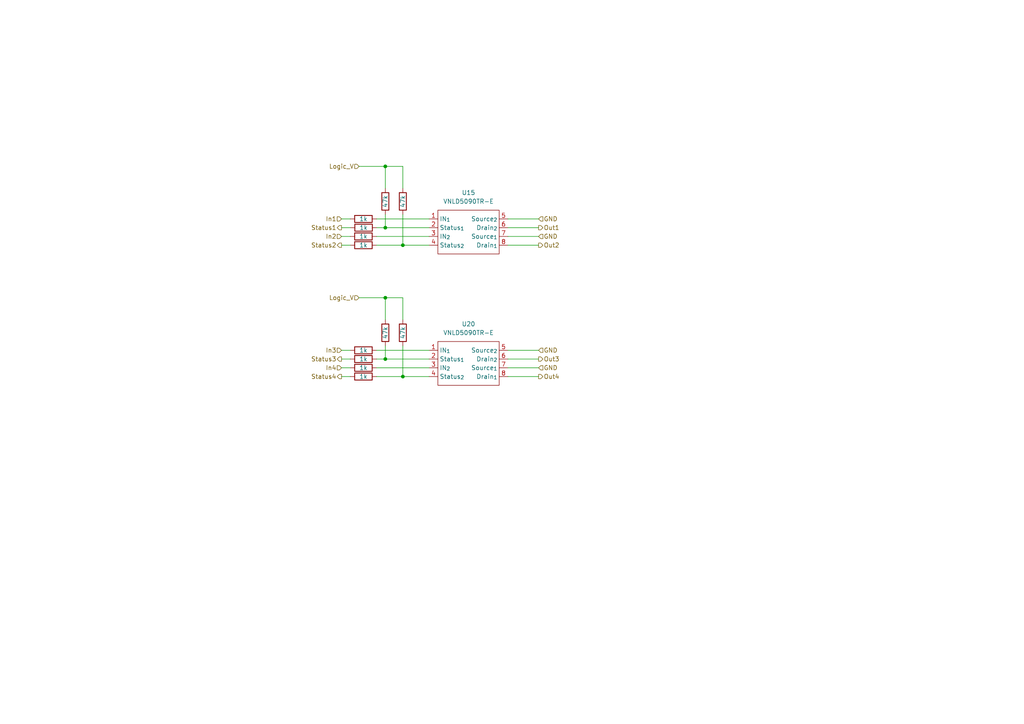
<source format=kicad_sch>
(kicad_sch
	(version 20250114)
	(generator "eeschema")
	(generator_version "9.0")
	(uuid "66b97a49-0372-4b73-b79c-939820de567d")
	(paper "A4")
	(lib_symbols
		(symbol "Device:R"
			(pin_numbers
				(hide yes)
			)
			(pin_names
				(offset 0)
			)
			(exclude_from_sim no)
			(in_bom yes)
			(on_board yes)
			(property "Reference" "R"
				(at 2.032 0 90)
				(effects
					(font
						(size 1.27 1.27)
					)
				)
			)
			(property "Value" "R"
				(at 0 0 90)
				(effects
					(font
						(size 1.27 1.27)
					)
				)
			)
			(property "Footprint" ""
				(at -1.778 0 90)
				(effects
					(font
						(size 1.27 1.27)
					)
					(hide yes)
				)
			)
			(property "Datasheet" "~"
				(at 0 0 0)
				(effects
					(font
						(size 1.27 1.27)
					)
					(hide yes)
				)
			)
			(property "Description" "Resistor"
				(at 0 0 0)
				(effects
					(font
						(size 1.27 1.27)
					)
					(hide yes)
				)
			)
			(property "ki_keywords" "R res resistor"
				(at 0 0 0)
				(effects
					(font
						(size 1.27 1.27)
					)
					(hide yes)
				)
			)
			(property "ki_fp_filters" "R_*"
				(at 0 0 0)
				(effects
					(font
						(size 1.27 1.27)
					)
					(hide yes)
				)
			)
			(symbol "R_0_1"
				(rectangle
					(start -1.016 -2.54)
					(end 1.016 2.54)
					(stroke
						(width 0.254)
						(type default)
					)
					(fill
						(type none)
					)
				)
			)
			(symbol "R_1_1"
				(pin passive line
					(at 0 3.81 270)
					(length 1.27)
					(name "~"
						(effects
							(font
								(size 1.27 1.27)
							)
						)
					)
					(number "1"
						(effects
							(font
								(size 1.27 1.27)
							)
						)
					)
				)
				(pin passive line
					(at 0 -3.81 90)
					(length 1.27)
					(name "~"
						(effects
							(font
								(size 1.27 1.27)
							)
						)
					)
					(number "2"
						(effects
							(font
								(size 1.27 1.27)
							)
						)
					)
				)
			)
			(embedded_fonts no)
		)
		(symbol "User:VNLD5090"
			(exclude_from_sim no)
			(in_bom yes)
			(on_board yes)
			(property "Reference" "U"
				(at 0 0 0)
				(effects
					(font
						(size 1.27 1.27)
					)
				)
			)
			(property "Value" "VNLD5090TR-E"
				(at 0 0 0)
				(effects
					(font
						(size 1.27 1.27)
					)
				)
			)
			(property "Footprint" "Package_SO:SO-8_3.9x4.9mm_P1.27mm"
				(at 0 0 0)
				(effects
					(font
						(size 1.27 1.27)
					)
					(hide yes)
				)
			)
			(property "Datasheet" "https://www.lcsc.com/datasheet/lcsc_datasheet_1811141522_STMicroelectronics-VNLD5090TR-E_C222209.pdf"
				(at 0 0 0)
				(effects
					(font
						(size 1.27 1.27)
					)
					(hide yes)
				)
			)
			(property "Description" "OMNIFET III fully protected low-side driver for automotive applications"
				(at 0 0 0)
				(effects
					(font
						(size 1.27 1.27)
					)
					(hide yes)
				)
			)
			(symbol "VNLD5090_0_1"
				(rectangle
					(start -8.89 13.97)
					(end 8.89 1.27)
					(stroke
						(width 0)
						(type default)
					)
					(fill
						(type none)
					)
				)
			)
			(symbol "VNLD5090_1_1"
				(pin input line
					(at -11.43 11.43 0)
					(length 2.54)
					(name "IN_{1}"
						(effects
							(font
								(size 1.27 1.27)
							)
						)
					)
					(number "1"
						(effects
							(font
								(size 1.27 1.27)
							)
						)
					)
				)
				(pin input line
					(at -11.43 8.89 0)
					(length 2.54)
					(name "Status_{1}"
						(effects
							(font
								(size 1.27 1.27)
							)
						)
					)
					(number "2"
						(effects
							(font
								(size 1.27 1.27)
							)
						)
					)
				)
				(pin input line
					(at -11.43 6.35 0)
					(length 2.54)
					(name "IN_{2}"
						(effects
							(font
								(size 1.27 1.27)
							)
						)
					)
					(number "3"
						(effects
							(font
								(size 1.27 1.27)
							)
						)
					)
				)
				(pin input line
					(at -11.43 3.81 0)
					(length 2.54)
					(name "Status_{2}"
						(effects
							(font
								(size 1.27 1.27)
							)
						)
					)
					(number "4"
						(effects
							(font
								(size 1.27 1.27)
							)
						)
					)
				)
				(pin input line
					(at 11.43 11.43 180)
					(length 2.54)
					(name "Source_{2}"
						(effects
							(font
								(size 1.27 1.27)
							)
						)
					)
					(number "5"
						(effects
							(font
								(size 1.27 1.27)
							)
						)
					)
				)
				(pin input line
					(at 11.43 8.89 180)
					(length 2.54)
					(name "Drain_{2}"
						(effects
							(font
								(size 1.27 1.27)
							)
						)
					)
					(number "6"
						(effects
							(font
								(size 1.27 1.27)
							)
						)
					)
				)
				(pin input line
					(at 11.43 6.35 180)
					(length 2.54)
					(name "Source_{1}"
						(effects
							(font
								(size 1.27 1.27)
							)
						)
					)
					(number "7"
						(effects
							(font
								(size 1.27 1.27)
							)
						)
					)
				)
				(pin input line
					(at 11.43 3.81 180)
					(length 2.54)
					(name "Drain_{1}"
						(effects
							(font
								(size 1.27 1.27)
							)
						)
					)
					(number "8"
						(effects
							(font
								(size 1.27 1.27)
							)
						)
					)
				)
			)
			(embedded_fonts no)
		)
	)
	(junction
		(at 111.76 86.36)
		(diameter 0)
		(color 0 0 0 0)
		(uuid "415790ac-1649-47e0-97ba-1b6362da1ada")
	)
	(junction
		(at 111.76 66.04)
		(diameter 0)
		(color 0 0 0 0)
		(uuid "4c02dc79-ded9-46fe-886c-1b538b94855a")
	)
	(junction
		(at 116.84 109.22)
		(diameter 0)
		(color 0 0 0 0)
		(uuid "6b23451a-1418-4880-adb3-009988f6b0d3")
	)
	(junction
		(at 111.76 104.14)
		(diameter 0)
		(color 0 0 0 0)
		(uuid "9b86762c-0b94-4112-be5e-e88acb0d8b5f")
	)
	(junction
		(at 111.76 48.26)
		(diameter 0)
		(color 0 0 0 0)
		(uuid "b471b489-4e2d-4de2-bd66-075a472d01e4")
	)
	(junction
		(at 116.84 71.12)
		(diameter 0)
		(color 0 0 0 0)
		(uuid "d0c6e8ce-a172-48d4-94ca-e9b6d3178e2c")
	)
	(wire
		(pts
			(xy 99.06 101.6) (xy 101.6 101.6)
		)
		(stroke
			(width 0)
			(type default)
		)
		(uuid "0a52cba3-f374-497a-85ae-9f61dbe92d2c")
	)
	(wire
		(pts
			(xy 99.06 109.22) (xy 101.6 109.22)
		)
		(stroke
			(width 0)
			(type default)
		)
		(uuid "0defa9bf-c99c-423b-8348-07bce4b2a257")
	)
	(wire
		(pts
			(xy 99.06 66.04) (xy 101.6432 66.04)
		)
		(stroke
			(width 0)
			(type default)
		)
		(uuid "1cab9de2-a53b-4202-aa8c-e0fbafc87fe4")
	)
	(wire
		(pts
			(xy 116.84 71.12) (xy 124.46 71.12)
		)
		(stroke
			(width 0)
			(type default)
		)
		(uuid "1db4475e-4cd3-4e62-b166-eec187b49b80")
	)
	(wire
		(pts
			(xy 111.76 62.23) (xy 111.76 66.04)
		)
		(stroke
			(width 0)
			(type default)
		)
		(uuid "2295e3c9-5c16-48ea-86ab-cb1c90fd3eac")
	)
	(wire
		(pts
			(xy 111.76 86.36) (xy 111.76 92.71)
		)
		(stroke
			(width 0)
			(type default)
		)
		(uuid "26d3bda2-c794-490f-99be-6cf1f7bd8741")
	)
	(wire
		(pts
			(xy 147.32 71.12) (xy 156.21 71.12)
		)
		(stroke
			(width 0)
			(type default)
		)
		(uuid "2e2393e0-0806-4377-9ea6-a23568db0b83")
	)
	(wire
		(pts
			(xy 99.06 106.68) (xy 101.6 106.68)
		)
		(stroke
			(width 0)
			(type default)
		)
		(uuid "30eacc00-01fa-406b-86fd-aedc1d5fd7ec")
	)
	(wire
		(pts
			(xy 111.76 86.36) (xy 116.84 86.36)
		)
		(stroke
			(width 0)
			(type default)
		)
		(uuid "37893279-3fdf-4591-8cdb-15c3b5fb33f9")
	)
	(wire
		(pts
			(xy 147.32 66.04) (xy 156.21 66.04)
		)
		(stroke
			(width 0)
			(type default)
		)
		(uuid "3b6ad0f4-490a-4451-b769-7b03f2711d16")
	)
	(wire
		(pts
			(xy 147.32 104.14) (xy 156.21 104.14)
		)
		(stroke
			(width 0)
			(type default)
		)
		(uuid "3e445503-f835-4046-b226-faf947daa1b8")
	)
	(wire
		(pts
			(xy 99.06 104.14) (xy 101.6 104.14)
		)
		(stroke
			(width 0)
			(type default)
		)
		(uuid "49237ad1-7b00-4e54-9be6-ca1848abdcc2")
	)
	(wire
		(pts
			(xy 109.22 71.12) (xy 116.84 71.12)
		)
		(stroke
			(width 0)
			(type default)
		)
		(uuid "4b01d5f0-58a6-4a4a-ba81-56db75dbd2d8")
	)
	(wire
		(pts
			(xy 147.32 109.22) (xy 156.21 109.22)
		)
		(stroke
			(width 0)
			(type default)
		)
		(uuid "4df8035b-ed98-46bc-8f41-6b199d4134f9")
	)
	(wire
		(pts
			(xy 147.32 101.6) (xy 156.21 101.6)
		)
		(stroke
			(width 0)
			(type default)
		)
		(uuid "538d8b09-d95d-4fb8-975c-94bffb594fba")
	)
	(wire
		(pts
			(xy 109.22 109.22) (xy 116.84 109.22)
		)
		(stroke
			(width 0)
			(type default)
		)
		(uuid "54cbc946-21ee-4921-91cd-c4de3574e1fb")
	)
	(wire
		(pts
			(xy 111.76 48.26) (xy 116.84 48.26)
		)
		(stroke
			(width 0)
			(type default)
		)
		(uuid "5e43e597-2714-42cd-b400-3826dd658e1f")
	)
	(wire
		(pts
			(xy 104.14 48.26) (xy 111.76 48.26)
		)
		(stroke
			(width 0)
			(type default)
		)
		(uuid "67053b21-5ec9-40e0-8258-74db1e2cec3d")
	)
	(wire
		(pts
			(xy 109.22 106.68) (xy 124.46 106.68)
		)
		(stroke
			(width 0)
			(type default)
		)
		(uuid "73d87326-b2a4-473e-8b17-fb442a2c3d9a")
	)
	(wire
		(pts
			(xy 111.76 104.14) (xy 124.46 104.14)
		)
		(stroke
			(width 0)
			(type default)
		)
		(uuid "77f03928-0f62-4b95-a562-05b640dd95e2")
	)
	(wire
		(pts
			(xy 104.14 86.36) (xy 111.76 86.36)
		)
		(stroke
			(width 0)
			(type default)
		)
		(uuid "77ff342c-bf2f-4310-a3fb-f5b303acb550")
	)
	(wire
		(pts
			(xy 147.32 63.5) (xy 156.21 63.5)
		)
		(stroke
			(width 0)
			(type default)
		)
		(uuid "81b2da90-cc40-4809-acdb-16d746f511e9")
	)
	(wire
		(pts
			(xy 116.84 48.26) (xy 116.84 54.61)
		)
		(stroke
			(width 0)
			(type default)
		)
		(uuid "98843d98-6bb8-4602-81e8-22a73b71e64c")
	)
	(wire
		(pts
			(xy 109.22 101.6) (xy 124.46 101.6)
		)
		(stroke
			(width 0)
			(type default)
		)
		(uuid "a2f53205-9c39-4294-bcce-2b8dc49fcad3")
	)
	(wire
		(pts
			(xy 116.84 62.23) (xy 116.84 71.12)
		)
		(stroke
			(width 0)
			(type default)
		)
		(uuid "a6de28b9-abbd-4cf6-be7a-1206b6f48e1a")
	)
	(wire
		(pts
			(xy 109.22 104.14) (xy 111.76 104.14)
		)
		(stroke
			(width 0)
			(type default)
		)
		(uuid "a98f1ac2-f10a-4066-9eb6-1668224d8d23")
	)
	(wire
		(pts
			(xy 109.22 68.58) (xy 124.46 68.58)
		)
		(stroke
			(width 0)
			(type default)
		)
		(uuid "accac6c4-c7d8-4814-a435-ae6bbfb79adb")
	)
	(wire
		(pts
			(xy 147.32 106.68) (xy 156.21 106.68)
		)
		(stroke
			(width 0)
			(type default)
		)
		(uuid "ae7325bb-5712-4792-9235-56f0a7d87327")
	)
	(wire
		(pts
			(xy 111.76 100.33) (xy 111.76 104.14)
		)
		(stroke
			(width 0)
			(type default)
		)
		(uuid "bd2ca673-ebee-497c-b571-9b523311cb5f")
	)
	(wire
		(pts
			(xy 111.76 66.04) (xy 124.46 66.04)
		)
		(stroke
			(width 0)
			(type default)
		)
		(uuid "c776028e-2fcc-4fdf-a003-7216959bbb29")
	)
	(wire
		(pts
			(xy 116.84 100.33) (xy 116.84 109.22)
		)
		(stroke
			(width 0)
			(type default)
		)
		(uuid "ce7f384e-d14b-4078-a9ff-81da76b407a9")
	)
	(wire
		(pts
			(xy 99.06 63.5) (xy 101.6 63.5)
		)
		(stroke
			(width 0)
			(type default)
		)
		(uuid "d481c63b-1373-4d8f-8363-1e0dfaff3b15")
	)
	(wire
		(pts
			(xy 99.06 71.12) (xy 101.6 71.12)
		)
		(stroke
			(width 0)
			(type default)
		)
		(uuid "d6288b42-afc1-4eff-adec-ed58ed41ff9a")
	)
	(wire
		(pts
			(xy 109.2632 66.04) (xy 111.76 66.04)
		)
		(stroke
			(width 0)
			(type default)
		)
		(uuid "d8e3f26c-1a0e-41b2-9f32-4d518009a1d9")
	)
	(wire
		(pts
			(xy 116.84 86.36) (xy 116.84 92.71)
		)
		(stroke
			(width 0)
			(type default)
		)
		(uuid "ea9e69d5-afd2-421d-85b2-e2275612b3d9")
	)
	(wire
		(pts
			(xy 109.22 63.5) (xy 124.46 63.5)
		)
		(stroke
			(width 0)
			(type default)
		)
		(uuid "edc7a0c2-e3de-4805-8496-521d3b63572c")
	)
	(wire
		(pts
			(xy 99.06 68.58) (xy 101.6 68.58)
		)
		(stroke
			(width 0)
			(type default)
		)
		(uuid "edd62e63-182c-4b36-9d90-3d904df592e9")
	)
	(wire
		(pts
			(xy 111.76 48.26) (xy 111.76 54.61)
		)
		(stroke
			(width 0)
			(type default)
		)
		(uuid "f53f100c-4929-4363-bab8-f08270799102")
	)
	(wire
		(pts
			(xy 147.32 68.58) (xy 156.21 68.58)
		)
		(stroke
			(width 0)
			(type default)
		)
		(uuid "f54ef41f-3844-415d-9d48-5f1f3aea3c9a")
	)
	(wire
		(pts
			(xy 116.84 109.22) (xy 124.46 109.22)
		)
		(stroke
			(width 0)
			(type default)
		)
		(uuid "fed38532-1c7b-41cf-8827-f515e5683d19")
	)
	(hierarchical_label "In1"
		(shape input)
		(at 99.06 63.5 180)
		(effects
			(font
				(size 1.27 1.27)
			)
			(justify right)
		)
		(uuid "01e8cd46-700f-4715-bafb-8df1645741e8")
	)
	(hierarchical_label "Status3"
		(shape output)
		(at 99.06 104.14 180)
		(effects
			(font
				(size 1.27 1.27)
			)
			(justify right)
		)
		(uuid "0abc364a-409a-48f6-96e6-9827244d85b7")
	)
	(hierarchical_label "GND"
		(shape input)
		(at 156.21 63.5 0)
		(effects
			(font
				(size 1.27 1.27)
			)
			(justify left)
		)
		(uuid "0fc67634-af7f-4326-965d-f1746ddd2461")
	)
	(hierarchical_label "GND"
		(shape input)
		(at 156.21 106.68 0)
		(effects
			(font
				(size 1.27 1.27)
			)
			(justify left)
		)
		(uuid "23770926-5f1f-4ca0-82a5-ad9e2d2639d8")
	)
	(hierarchical_label "In2"
		(shape input)
		(at 99.06 68.58 180)
		(effects
			(font
				(size 1.27 1.27)
			)
			(justify right)
		)
		(uuid "5c673f26-ce81-41a3-a5b0-6fe24cc6f0bf")
	)
	(hierarchical_label "Status2"
		(shape output)
		(at 99.06 71.12 180)
		(effects
			(font
				(size 1.27 1.27)
			)
			(justify right)
		)
		(uuid "70c2cd13-0234-47ce-8ea3-3fcee31cf6ad")
	)
	(hierarchical_label "GND"
		(shape input)
		(at 156.21 101.6 0)
		(effects
			(font
				(size 1.27 1.27)
			)
			(justify left)
		)
		(uuid "7d9a6472-aaf6-46d5-9b34-79f6971031c9")
	)
	(hierarchical_label "In4"
		(shape input)
		(at 99.06 106.68 180)
		(effects
			(font
				(size 1.27 1.27)
			)
			(justify right)
		)
		(uuid "88d0cdc8-454a-44f2-b9d9-54e7f1778ed3")
	)
	(hierarchical_label "GND"
		(shape input)
		(at 156.21 68.58 0)
		(effects
			(font
				(size 1.27 1.27)
			)
			(justify left)
		)
		(uuid "8996ad92-be4f-4365-afbb-01fa61c8e9aa")
	)
	(hierarchical_label "Out4"
		(shape output)
		(at 156.21 109.22 0)
		(effects
			(font
				(size 1.27 1.27)
			)
			(justify left)
		)
		(uuid "a6906bc2-6761-4cc0-ada8-fa8259f5ae5e")
	)
	(hierarchical_label "Out3"
		(shape output)
		(at 156.21 104.14 0)
		(effects
			(font
				(size 1.27 1.27)
			)
			(justify left)
		)
		(uuid "a8965d5f-04e9-4bc5-ab69-b980f834bb13")
	)
	(hierarchical_label "Out1"
		(shape output)
		(at 156.21 66.04 0)
		(effects
			(font
				(size 1.27 1.27)
			)
			(justify left)
		)
		(uuid "ac3162de-81be-460a-bd08-ec3c994eb4ac")
	)
	(hierarchical_label "Logic_V"
		(shape input)
		(at 104.14 48.26 180)
		(effects
			(font
				(size 1.27 1.27)
			)
			(justify right)
		)
		(uuid "ba66ffc0-9818-499b-8c1b-4b6dd83decba")
	)
	(hierarchical_label "Status1"
		(shape output)
		(at 99.06 66.04 180)
		(effects
			(font
				(size 1.27 1.27)
			)
			(justify right)
		)
		(uuid "cbbde7c4-f375-40ab-a4da-2d84ba9d889f")
	)
	(hierarchical_label "In3"
		(shape input)
		(at 99.06 101.6 180)
		(effects
			(font
				(size 1.27 1.27)
			)
			(justify right)
		)
		(uuid "d1b189e4-5fa2-42b6-a7f3-3196d6bac162")
	)
	(hierarchical_label "Status4"
		(shape output)
		(at 99.06 109.22 180)
		(effects
			(font
				(size 1.27 1.27)
			)
			(justify right)
		)
		(uuid "e07d6ce4-da1d-4ee1-8e2e-8f89e19a59f0")
	)
	(hierarchical_label "Logic_V"
		(shape input)
		(at 104.14 86.36 180)
		(effects
			(font
				(size 1.27 1.27)
			)
			(justify right)
		)
		(uuid "e756dad2-c5ff-4545-8240-820beff8bde6")
	)
	(hierarchical_label "Out2"
		(shape output)
		(at 156.21 71.12 0)
		(effects
			(font
				(size 1.27 1.27)
			)
			(justify left)
		)
		(uuid "f24528af-cd09-4b8d-96e4-0f9ce5035bfd")
	)
	(symbol
		(lib_id "User:VNLD5090")
		(at 135.89 113.03 0)
		(unit 1)
		(exclude_from_sim no)
		(in_bom yes)
		(on_board yes)
		(dnp no)
		(fields_autoplaced yes)
		(uuid "19344ebc-a61b-483c-bbcc-63fbe379b725")
		(property "Reference" "U20"
			(at 135.89 93.98 0)
			(effects
				(font
					(size 1.27 1.27)
				)
			)
		)
		(property "Value" "VNLD5090TR-E"
			(at 135.89 96.52 0)
			(effects
				(font
					(size 1.27 1.27)
				)
			)
		)
		(property "Footprint" "Package_SO:SO-8_3.9x4.9mm_P1.27mm"
			(at 135.89 113.03 0)
			(effects
				(font
					(size 1.27 1.27)
				)
				(hide yes)
			)
		)
		(property "Datasheet" "https://www.lcsc.com/datasheet/lcsc_datasheet_1811141522_STMicroelectronics-VNLD5090TR-E_C222209.pdf"
			(at 135.89 113.03 0)
			(effects
				(font
					(size 1.27 1.27)
				)
				(hide yes)
			)
		)
		(property "Description" "OMNIFET III fully protected low-side driver for automotive applications"
			(at 135.89 113.03 0)
			(effects
				(font
					(size 1.27 1.27)
				)
				(hide yes)
			)
		)
		(pin "4"
			(uuid "97bb2984-f56d-42da-928f-51058a10f300")
		)
		(pin "5"
			(uuid "60f5b711-52ad-4648-9862-6456301a1f98")
		)
		(pin "1"
			(uuid "f4a036d0-5ece-4f12-a6bd-f8342eaf0199")
		)
		(pin "6"
			(uuid "0236c7d4-c256-416d-985f-a5cb8eac20b6")
		)
		(pin "8"
			(uuid "d3c106e2-ba5e-4e1b-a3a7-66bbe9931c27")
		)
		(pin "2"
			(uuid "21ce00c1-1a26-4953-ad87-1b21d6fb6993")
		)
		(pin "3"
			(uuid "d8f119a6-f43e-4281-b544-779271992cc3")
		)
		(pin "7"
			(uuid "636b6a08-c92c-474e-9ff1-7644f3eab848")
		)
		(instances
			(project "BMS"
				(path "/d7e219ab-f530-45f5-8a23-0e6b6d2e3e0f/7b52e59a-a4d5-43e1-8381-42b01d314297"
					(reference "U20")
					(unit 1)
				)
			)
		)
	)
	(symbol
		(lib_id "Device:R")
		(at 105.41 101.6 90)
		(mirror x)
		(unit 1)
		(exclude_from_sim no)
		(in_bom yes)
		(on_board yes)
		(dnp no)
		(uuid "20109393-b17f-42ae-937a-f81d6f25b959")
		(property "Reference" "R45"
			(at 105.41 103.505 90)
			(effects
				(font
					(size 1.27 1.27)
				)
				(hide yes)
			)
		)
		(property "Value" "1k"
			(at 105.41 101.6 90)
			(effects
				(font
					(size 1.27 1.27)
				)
			)
		)
		(property "Footprint" "Resistor_SMD:R_0603_1608Metric"
			(at 105.41 99.822 90)
			(effects
				(font
					(size 1.27 1.27)
				)
				(hide yes)
			)
		)
		(property "Datasheet" "~"
			(at 105.41 101.6 0)
			(effects
				(font
					(size 1.27 1.27)
				)
				(hide yes)
			)
		)
		(property "Description" ""
			(at 105.41 101.6 0)
			(effects
				(font
					(size 1.27 1.27)
				)
				(hide yes)
			)
		)
		(property "LCSC" ""
			(at 105.41 101.6 0)
			(effects
				(font
					(size 1.27 1.27)
				)
				(hide yes)
			)
		)
		(pin "1"
			(uuid "db34be25-5536-464c-ab1d-66d687821359")
		)
		(pin "2"
			(uuid "d414d423-557d-4892-82b7-66286ed319e5")
		)
		(instances
			(project "BMS"
				(path "/d7e219ab-f530-45f5-8a23-0e6b6d2e3e0f/7b52e59a-a4d5-43e1-8381-42b01d314297"
					(reference "R45")
					(unit 1)
				)
			)
		)
	)
	(symbol
		(lib_id "Device:R")
		(at 105.41 106.68 90)
		(mirror x)
		(unit 1)
		(exclude_from_sim no)
		(in_bom yes)
		(on_board yes)
		(dnp no)
		(uuid "2347e3ef-26e9-4172-bf69-89d9e0a30307")
		(property "Reference" "R47"
			(at 105.41 108.585 90)
			(effects
				(font
					(size 1.27 1.27)
				)
				(hide yes)
			)
		)
		(property "Value" "1k"
			(at 105.41 106.68 90)
			(effects
				(font
					(size 1.27 1.27)
				)
			)
		)
		(property "Footprint" "Resistor_SMD:R_0603_1608Metric"
			(at 105.41 104.902 90)
			(effects
				(font
					(size 1.27 1.27)
				)
				(hide yes)
			)
		)
		(property "Datasheet" "~"
			(at 105.41 106.68 0)
			(effects
				(font
					(size 1.27 1.27)
				)
				(hide yes)
			)
		)
		(property "Description" ""
			(at 105.41 106.68 0)
			(effects
				(font
					(size 1.27 1.27)
				)
				(hide yes)
			)
		)
		(property "LCSC" ""
			(at 105.41 106.68 0)
			(effects
				(font
					(size 1.27 1.27)
				)
				(hide yes)
			)
		)
		(pin "1"
			(uuid "e20b55d0-27df-4192-8b47-c6b26d9500a6")
		)
		(pin "2"
			(uuid "84cc4f73-bafb-46ea-ab47-9d346f3f93b0")
		)
		(instances
			(project "BMS"
				(path "/d7e219ab-f530-45f5-8a23-0e6b6d2e3e0f/7b52e59a-a4d5-43e1-8381-42b01d314297"
					(reference "R47")
					(unit 1)
				)
			)
		)
	)
	(symbol
		(lib_id "Device:R")
		(at 111.76 58.42 0)
		(mirror x)
		(unit 1)
		(exclude_from_sim no)
		(in_bom yes)
		(on_board yes)
		(dnp no)
		(uuid "3eb18b69-d0cd-4fc7-a71e-4fe4836677d1")
		(property "Reference" "R51"
			(at 113.665 58.42 90)
			(effects
				(font
					(size 1.27 1.27)
				)
				(hide yes)
			)
		)
		(property "Value" "47k"
			(at 111.76 58.42 90)
			(effects
				(font
					(size 1.27 1.27)
				)
			)
		)
		(property "Footprint" "Resistor_SMD:R_0603_1608Metric"
			(at 109.982 58.42 90)
			(effects
				(font
					(size 1.27 1.27)
				)
				(hide yes)
			)
		)
		(property "Datasheet" "~"
			(at 111.76 58.42 0)
			(effects
				(font
					(size 1.27 1.27)
				)
				(hide yes)
			)
		)
		(property "Description" ""
			(at 111.76 58.42 0)
			(effects
				(font
					(size 1.27 1.27)
				)
				(hide yes)
			)
		)
		(property "LCSC" ""
			(at 111.76 58.42 0)
			(effects
				(font
					(size 1.27 1.27)
				)
				(hide yes)
			)
		)
		(pin "1"
			(uuid "311742a5-b145-4bc6-b93c-3f0c0cd461e9")
		)
		(pin "2"
			(uuid "29ec524b-2057-4a60-874a-665a6d6134c6")
		)
		(instances
			(project "BMS"
				(path "/d7e219ab-f530-45f5-8a23-0e6b6d2e3e0f/7b52e59a-a4d5-43e1-8381-42b01d314297"
					(reference "R51")
					(unit 1)
				)
			)
		)
	)
	(symbol
		(lib_id "User:VNLD5090")
		(at 135.89 74.93 0)
		(unit 1)
		(exclude_from_sim no)
		(in_bom yes)
		(on_board yes)
		(dnp no)
		(fields_autoplaced yes)
		(uuid "4bea917a-5e6f-4170-add4-87188f380929")
		(property "Reference" "U15"
			(at 135.89 55.88 0)
			(effects
				(font
					(size 1.27 1.27)
				)
			)
		)
		(property "Value" "VNLD5090TR-E"
			(at 135.89 58.42 0)
			(effects
				(font
					(size 1.27 1.27)
				)
			)
		)
		(property "Footprint" "Package_SO:SO-8_3.9x4.9mm_P1.27mm"
			(at 135.89 74.93 0)
			(effects
				(font
					(size 1.27 1.27)
				)
				(hide yes)
			)
		)
		(property "Datasheet" "https://www.lcsc.com/datasheet/lcsc_datasheet_1811141522_STMicroelectronics-VNLD5090TR-E_C222209.pdf"
			(at 135.89 74.93 0)
			(effects
				(font
					(size 1.27 1.27)
				)
				(hide yes)
			)
		)
		(property "Description" "OMNIFET III fully protected low-side driver for automotive applications"
			(at 135.89 74.93 0)
			(effects
				(font
					(size 1.27 1.27)
				)
				(hide yes)
			)
		)
		(pin "4"
			(uuid "916cbd89-6007-4a29-a268-00a94a79bcfc")
		)
		(pin "5"
			(uuid "1913bc20-163d-4535-a5ec-929235a8f70d")
		)
		(pin "1"
			(uuid "04c85015-9580-4ba1-a22f-7e95d8ed381e")
		)
		(pin "6"
			(uuid "7a3197c4-d42f-47d6-a5ca-724deff4b07a")
		)
		(pin "8"
			(uuid "1f408847-d21d-4181-a2b2-b05498e74ac5")
		)
		(pin "2"
			(uuid "7a6814c0-d4d4-4683-94f2-4fc2cd08a226")
		)
		(pin "3"
			(uuid "de3b6259-545d-4679-90d4-807e92551bfb")
		)
		(pin "7"
			(uuid "c7dfc4ff-9663-426d-b0a8-ba049bbfd724")
		)
		(instances
			(project ""
				(path "/d7e219ab-f530-45f5-8a23-0e6b6d2e3e0f/7b52e59a-a4d5-43e1-8381-42b01d314297"
					(reference "U15")
					(unit 1)
				)
			)
		)
	)
	(symbol
		(lib_id "Device:R")
		(at 105.41 68.58 90)
		(mirror x)
		(unit 1)
		(exclude_from_sim no)
		(in_bom yes)
		(on_board yes)
		(dnp no)
		(uuid "57fe154d-a646-458a-b5bc-4fed902d403e")
		(property "Reference" "R43"
			(at 105.41 70.485 90)
			(effects
				(font
					(size 1.27 1.27)
				)
				(hide yes)
			)
		)
		(property "Value" "1k"
			(at 105.41 68.58 90)
			(effects
				(font
					(size 1.27 1.27)
				)
			)
		)
		(property "Footprint" "Resistor_SMD:R_0603_1608Metric"
			(at 105.41 66.802 90)
			(effects
				(font
					(size 1.27 1.27)
				)
				(hide yes)
			)
		)
		(property "Datasheet" "~"
			(at 105.41 68.58 0)
			(effects
				(font
					(size 1.27 1.27)
				)
				(hide yes)
			)
		)
		(property "Description" ""
			(at 105.41 68.58 0)
			(effects
				(font
					(size 1.27 1.27)
				)
				(hide yes)
			)
		)
		(property "LCSC" ""
			(at 105.41 68.58 0)
			(effects
				(font
					(size 1.27 1.27)
				)
				(hide yes)
			)
		)
		(pin "1"
			(uuid "0a335a4f-6b6b-4f94-a026-799ed253f308")
		)
		(pin "2"
			(uuid "26ba88ac-3bbf-43a6-a676-60c8edb352b5")
		)
		(instances
			(project "BMS"
				(path "/d7e219ab-f530-45f5-8a23-0e6b6d2e3e0f/7b52e59a-a4d5-43e1-8381-42b01d314297"
					(reference "R43")
					(unit 1)
				)
			)
		)
	)
	(symbol
		(lib_id "Device:R")
		(at 105.41 104.14 90)
		(mirror x)
		(unit 1)
		(exclude_from_sim no)
		(in_bom yes)
		(on_board yes)
		(dnp no)
		(uuid "67c35b2c-1483-4514-9de0-172ccb003341")
		(property "Reference" "R46"
			(at 105.41 106.045 90)
			(effects
				(font
					(size 1.27 1.27)
				)
				(hide yes)
			)
		)
		(property "Value" "1k"
			(at 105.41 104.14 90)
			(effects
				(font
					(size 1.27 1.27)
				)
			)
		)
		(property "Footprint" "Resistor_SMD:R_0603_1608Metric"
			(at 105.41 102.362 90)
			(effects
				(font
					(size 1.27 1.27)
				)
				(hide yes)
			)
		)
		(property "Datasheet" "~"
			(at 105.41 104.14 0)
			(effects
				(font
					(size 1.27 1.27)
				)
				(hide yes)
			)
		)
		(property "Description" ""
			(at 105.41 104.14 0)
			(effects
				(font
					(size 1.27 1.27)
				)
				(hide yes)
			)
		)
		(property "LCSC" ""
			(at 105.41 104.14 0)
			(effects
				(font
					(size 1.27 1.27)
				)
				(hide yes)
			)
		)
		(pin "1"
			(uuid "7ea06097-7476-484c-b4ea-2be37fa4b7a6")
		)
		(pin "2"
			(uuid "f19148dc-a37a-40a3-8954-2219c9eb7fd8")
		)
		(instances
			(project "BMS"
				(path "/d7e219ab-f530-45f5-8a23-0e6b6d2e3e0f/7b52e59a-a4d5-43e1-8381-42b01d314297"
					(reference "R46")
					(unit 1)
				)
			)
		)
	)
	(symbol
		(lib_id "Device:R")
		(at 105.41 109.22 90)
		(mirror x)
		(unit 1)
		(exclude_from_sim no)
		(in_bom yes)
		(on_board yes)
		(dnp no)
		(uuid "736f727a-7f37-4475-8666-aa7ef5d7ceb0")
		(property "Reference" "R48"
			(at 105.41 111.125 90)
			(effects
				(font
					(size 1.27 1.27)
				)
				(hide yes)
			)
		)
		(property "Value" "1k"
			(at 105.41 109.22 90)
			(effects
				(font
					(size 1.27 1.27)
				)
			)
		)
		(property "Footprint" "Resistor_SMD:R_0603_1608Metric"
			(at 105.41 107.442 90)
			(effects
				(font
					(size 1.27 1.27)
				)
				(hide yes)
			)
		)
		(property "Datasheet" "~"
			(at 105.41 109.22 0)
			(effects
				(font
					(size 1.27 1.27)
				)
				(hide yes)
			)
		)
		(property "Description" ""
			(at 105.41 109.22 0)
			(effects
				(font
					(size 1.27 1.27)
				)
				(hide yes)
			)
		)
		(property "LCSC" ""
			(at 105.41 109.22 0)
			(effects
				(font
					(size 1.27 1.27)
				)
				(hide yes)
			)
		)
		(pin "1"
			(uuid "0c25fdf2-eee8-4756-a0a8-1a8ee8bcd0b5")
		)
		(pin "2"
			(uuid "169b4098-76a4-4497-9d97-1d0d574cd1c9")
		)
		(instances
			(project "BMS"
				(path "/d7e219ab-f530-45f5-8a23-0e6b6d2e3e0f/7b52e59a-a4d5-43e1-8381-42b01d314297"
					(reference "R48")
					(unit 1)
				)
			)
		)
	)
	(symbol
		(lib_id "Device:R")
		(at 116.84 58.42 0)
		(mirror x)
		(unit 1)
		(exclude_from_sim no)
		(in_bom yes)
		(on_board yes)
		(dnp no)
		(uuid "7be60c6f-6817-4457-b849-9c638b01938f")
		(property "Reference" "R52"
			(at 118.745 58.42 90)
			(effects
				(font
					(size 1.27 1.27)
				)
				(hide yes)
			)
		)
		(property "Value" "47k"
			(at 116.84 58.42 90)
			(effects
				(font
					(size 1.27 1.27)
				)
			)
		)
		(property "Footprint" "Resistor_SMD:R_0603_1608Metric"
			(at 115.062 58.42 90)
			(effects
				(font
					(size 1.27 1.27)
				)
				(hide yes)
			)
		)
		(property "Datasheet" "~"
			(at 116.84 58.42 0)
			(effects
				(font
					(size 1.27 1.27)
				)
				(hide yes)
			)
		)
		(property "Description" ""
			(at 116.84 58.42 0)
			(effects
				(font
					(size 1.27 1.27)
				)
				(hide yes)
			)
		)
		(property "LCSC" ""
			(at 116.84 58.42 0)
			(effects
				(font
					(size 1.27 1.27)
				)
				(hide yes)
			)
		)
		(pin "1"
			(uuid "0e9c4d82-0f7b-444a-9111-56be1676af87")
		)
		(pin "2"
			(uuid "55e359b2-a1d0-4ac1-8eb0-670fab828f95")
		)
		(instances
			(project "BMS"
				(path "/d7e219ab-f530-45f5-8a23-0e6b6d2e3e0f/7b52e59a-a4d5-43e1-8381-42b01d314297"
					(reference "R52")
					(unit 1)
				)
			)
		)
	)
	(symbol
		(lib_id "Device:R")
		(at 105.4532 66.04 90)
		(mirror x)
		(unit 1)
		(exclude_from_sim no)
		(in_bom yes)
		(on_board yes)
		(dnp no)
		(uuid "8b6dadc6-12ef-43f7-8b83-3716b8105c09")
		(property "Reference" "R42"
			(at 105.4532 67.945 90)
			(effects
				(font
					(size 1.27 1.27)
				)
				(hide yes)
			)
		)
		(property "Value" "1k"
			(at 105.4532 66.04 90)
			(effects
				(font
					(size 1.27 1.27)
				)
			)
		)
		(property "Footprint" "Resistor_SMD:R_0603_1608Metric"
			(at 105.4532 64.262 90)
			(effects
				(font
					(size 1.27 1.27)
				)
				(hide yes)
			)
		)
		(property "Datasheet" "~"
			(at 105.4532 66.04 0)
			(effects
				(font
					(size 1.27 1.27)
				)
				(hide yes)
			)
		)
		(property "Description" ""
			(at 105.4532 66.04 0)
			(effects
				(font
					(size 1.27 1.27)
				)
				(hide yes)
			)
		)
		(property "LCSC" ""
			(at 105.4532 66.04 0)
			(effects
				(font
					(size 1.27 1.27)
				)
				(hide yes)
			)
		)
		(pin "1"
			(uuid "b21f3a0c-dc98-4c81-a8e3-ed173279c92d")
		)
		(pin "2"
			(uuid "8fef057a-0ad9-40d1-9476-363b6e0484d1")
		)
		(instances
			(project "BMS"
				(path "/d7e219ab-f530-45f5-8a23-0e6b6d2e3e0f/7b52e59a-a4d5-43e1-8381-42b01d314297"
					(reference "R42")
					(unit 1)
				)
			)
		)
	)
	(symbol
		(lib_id "Device:R")
		(at 111.76 96.52 0)
		(mirror x)
		(unit 1)
		(exclude_from_sim no)
		(in_bom yes)
		(on_board yes)
		(dnp no)
		(uuid "c8fbe19d-c714-42e6-8eb0-28fb456b6f0f")
		(property "Reference" "R49"
			(at 113.665 96.52 90)
			(effects
				(font
					(size 1.27 1.27)
				)
				(hide yes)
			)
		)
		(property "Value" "47k"
			(at 111.76 96.52 90)
			(effects
				(font
					(size 1.27 1.27)
				)
			)
		)
		(property "Footprint" "Resistor_SMD:R_0603_1608Metric"
			(at 109.982 96.52 90)
			(effects
				(font
					(size 1.27 1.27)
				)
				(hide yes)
			)
		)
		(property "Datasheet" "~"
			(at 111.76 96.52 0)
			(effects
				(font
					(size 1.27 1.27)
				)
				(hide yes)
			)
		)
		(property "Description" ""
			(at 111.76 96.52 0)
			(effects
				(font
					(size 1.27 1.27)
				)
				(hide yes)
			)
		)
		(property "LCSC" ""
			(at 111.76 96.52 0)
			(effects
				(font
					(size 1.27 1.27)
				)
				(hide yes)
			)
		)
		(pin "1"
			(uuid "e8606529-c84c-4dee-bc59-c97ed96403c2")
		)
		(pin "2"
			(uuid "3049a6a7-57a5-4f7b-aaa4-afb9d07d93ae")
		)
		(instances
			(project "BMS"
				(path "/d7e219ab-f530-45f5-8a23-0e6b6d2e3e0f/7b52e59a-a4d5-43e1-8381-42b01d314297"
					(reference "R49")
					(unit 1)
				)
			)
		)
	)
	(symbol
		(lib_id "Device:R")
		(at 105.41 63.5 90)
		(mirror x)
		(unit 1)
		(exclude_from_sim no)
		(in_bom yes)
		(on_board yes)
		(dnp no)
		(uuid "e174000c-660b-4a81-b866-79cd97838509")
		(property "Reference" "R41"
			(at 105.41 65.405 90)
			(effects
				(font
					(size 1.27 1.27)
				)
				(hide yes)
			)
		)
		(property "Value" "1k"
			(at 105.41 63.5 90)
			(effects
				(font
					(size 1.27 1.27)
				)
			)
		)
		(property "Footprint" "Resistor_SMD:R_0603_1608Metric"
			(at 105.41 61.722 90)
			(effects
				(font
					(size 1.27 1.27)
				)
				(hide yes)
			)
		)
		(property "Datasheet" "~"
			(at 105.41 63.5 0)
			(effects
				(font
					(size 1.27 1.27)
				)
				(hide yes)
			)
		)
		(property "Description" ""
			(at 105.41 63.5 0)
			(effects
				(font
					(size 1.27 1.27)
				)
				(hide yes)
			)
		)
		(property "LCSC" ""
			(at 105.41 63.5 0)
			(effects
				(font
					(size 1.27 1.27)
				)
				(hide yes)
			)
		)
		(pin "1"
			(uuid "7eb9436a-7813-4c47-b892-d44300a7f786")
		)
		(pin "2"
			(uuid "a30e2a66-fdc0-4bb3-8e71-7819726f80e5")
		)
		(instances
			(project "BMS"
				(path "/d7e219ab-f530-45f5-8a23-0e6b6d2e3e0f/7b52e59a-a4d5-43e1-8381-42b01d314297"
					(reference "R41")
					(unit 1)
				)
			)
		)
	)
	(symbol
		(lib_id "Device:R")
		(at 116.84 96.52 0)
		(mirror x)
		(unit 1)
		(exclude_from_sim no)
		(in_bom yes)
		(on_board yes)
		(dnp no)
		(uuid "ef70c892-e11a-41fe-bb92-7c1c8a615d20")
		(property "Reference" "R50"
			(at 118.745 96.52 90)
			(effects
				(font
					(size 1.27 1.27)
				)
				(hide yes)
			)
		)
		(property "Value" "47k"
			(at 116.84 96.52 90)
			(effects
				(font
					(size 1.27 1.27)
				)
			)
		)
		(property "Footprint" "Resistor_SMD:R_0603_1608Metric"
			(at 115.062 96.52 90)
			(effects
				(font
					(size 1.27 1.27)
				)
				(hide yes)
			)
		)
		(property "Datasheet" "~"
			(at 116.84 96.52 0)
			(effects
				(font
					(size 1.27 1.27)
				)
				(hide yes)
			)
		)
		(property "Description" ""
			(at 116.84 96.52 0)
			(effects
				(font
					(size 1.27 1.27)
				)
				(hide yes)
			)
		)
		(property "LCSC" ""
			(at 116.84 96.52 0)
			(effects
				(font
					(size 1.27 1.27)
				)
				(hide yes)
			)
		)
		(pin "1"
			(uuid "18db10f2-1d5f-4978-befa-582c0fe9c0e0")
		)
		(pin "2"
			(uuid "66a84022-0427-49cd-9278-89dfaf510b87")
		)
		(instances
			(project "BMS"
				(path "/d7e219ab-f530-45f5-8a23-0e6b6d2e3e0f/7b52e59a-a4d5-43e1-8381-42b01d314297"
					(reference "R50")
					(unit 1)
				)
			)
		)
	)
	(symbol
		(lib_id "Device:R")
		(at 105.41 71.12 90)
		(mirror x)
		(unit 1)
		(exclude_from_sim no)
		(in_bom yes)
		(on_board yes)
		(dnp no)
		(uuid "f135fa54-6a2a-43a0-9680-493b42437eb5")
		(property "Reference" "R44"
			(at 105.41 73.025 90)
			(effects
				(font
					(size 1.27 1.27)
				)
				(hide yes)
			)
		)
		(property "Value" "1k"
			(at 105.41 71.12 90)
			(effects
				(font
					(size 1.27 1.27)
				)
			)
		)
		(property "Footprint" "Resistor_SMD:R_0603_1608Metric"
			(at 105.41 69.342 90)
			(effects
				(font
					(size 1.27 1.27)
				)
				(hide yes)
			)
		)
		(property "Datasheet" "~"
			(at 105.41 71.12 0)
			(effects
				(font
					(size 1.27 1.27)
				)
				(hide yes)
			)
		)
		(property "Description" ""
			(at 105.41 71.12 0)
			(effects
				(font
					(size 1.27 1.27)
				)
				(hide yes)
			)
		)
		(property "LCSC" ""
			(at 105.41 71.12 0)
			(effects
				(font
					(size 1.27 1.27)
				)
				(hide yes)
			)
		)
		(pin "1"
			(uuid "289540c1-bf65-41c9-9456-130bc9074a4e")
		)
		(pin "2"
			(uuid "9a18eb91-71f8-4f3d-bbe8-293bf42e8938")
		)
		(instances
			(project "BMS"
				(path "/d7e219ab-f530-45f5-8a23-0e6b6d2e3e0f/7b52e59a-a4d5-43e1-8381-42b01d314297"
					(reference "R44")
					(unit 1)
				)
			)
		)
	)
)

</source>
